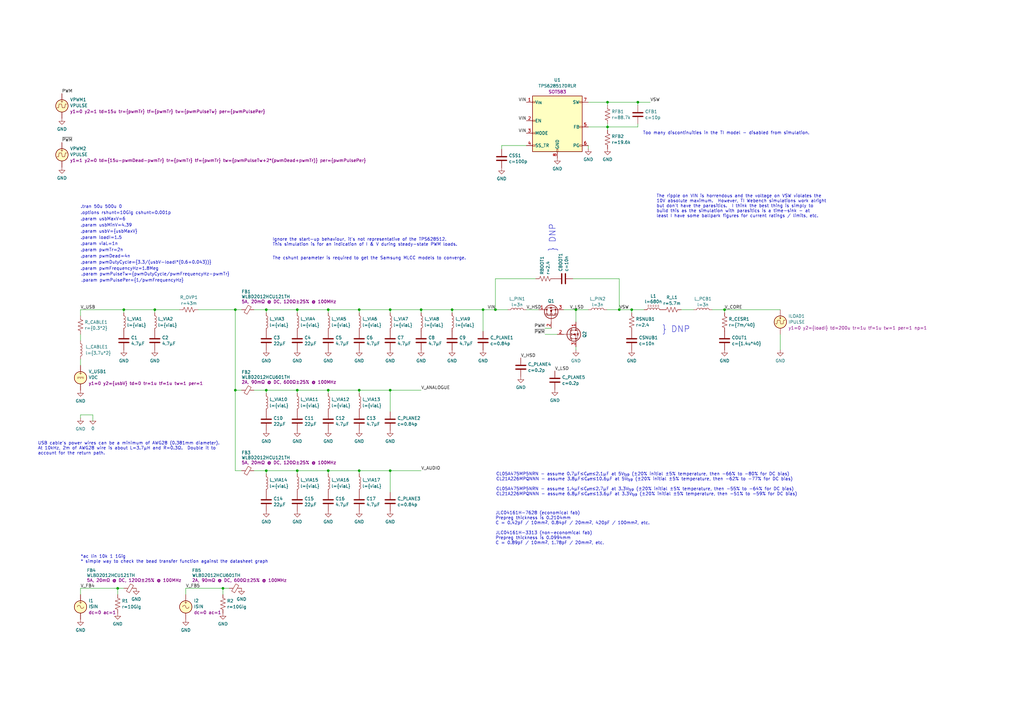
<source format=kicad_sch>
(kicad_sch (version 20230121) (generator eeschema)
  (paper "A3")
  (title_block (title "Core Power Rail (USB-Buck-VDD) Simulation") (company "Pete Restall <pete@restall.net>"))
  (junction (at 121.92 127))
  (junction (at 48.26 241.3))
  (junction (at 121.92 193.04))
  (junction (at 198.12 127))
  (junction (at 96.52 127))
  (junction (at 254 127))
  (junction (at 236.22 127))
  (junction (at 261.62 41.91))
  (junction (at 259.08 127))
  (junction (at 185.42 127))
  (junction (at 297.18 127))
  (junction (at 96.52 160.02))
  (junction (at 203.2 127))
  (junction (at 109.22 193.04))
  (junction (at 147.32 127))
  (junction (at 249.174 41.91))
  (junction (at 172.72 127))
  (junction (at 134.62 160.02))
  (junction (at 91.44 241.3))
  (junction (at 160.02 127))
  (junction (at 249.174 52.07))
  (junction (at 147.32 160.02))
  (junction (at 109.22 160.02))
  (junction (at 121.92 160.02))
  (junction (at 160.02 193.04))
  (junction (at 134.62 193.04))
  (junction (at 160.02 160.02))
  (junction (at 134.62 127))
  (junction (at 147.32 193.04))
  (junction (at 63.5 127))
  (junction (at 50.8 127))
  (junction (at 109.22 127))
  (wire (pts (xy 147.32 193.04) (xy 147.32 194.31)))
  (wire (pts (xy 33.02 137.16) (xy 33.02 139.7)))
  (wire (pts (xy 104.14 127) (xy 109.22 127)))
  (wire (pts (xy 91.44 241.3) (xy 91.44 243.84)))
  (wire (pts (xy 234.95 114.3) (xy 254 114.3)))
  (wire (pts (xy 33.02 241.3) (xy 33.02 243.84)))
  (wire (pts (xy 160.02 160.02) (xy 160.02 168.91)))
  (wire (pts (xy 76.2 241.3) (xy 76.2 243.84)))
  (wire (pts (xy 254 114.3) (xy 254 127)))
  (wire (pts (xy 249.174 41.91) (xy 249.174 43.18)))
  (wire (pts (xy 203.2 127) (xy 208.28 127)))
  (wire (pts (xy 134.62 193.04) (xy 147.32 193.04)))
  (wire (pts (xy 160.02 193.04) (xy 160.02 201.93)))
  (wire (pts (xy 63.5 127) (xy 73.66 127)))
  (wire (pts (xy 147.32 127) (xy 160.02 127)))
  (wire (pts (xy 96.52 160.02) (xy 96.52 127)))
  (wire (pts (xy 121.92 193.04) (xy 134.62 193.04)))
  (wire (pts (xy 261.62 52.07) (xy 249.174 52.07)))
  (wire (pts (xy 172.72 127) (xy 172.72 128.27)))
  (wire (pts (xy 248.92 127) (xy 254 127)))
  (wire (pts (xy 121.92 161.29) (xy 121.92 160.02)))
  (wire (pts (xy 91.44 241.3) (xy 76.2 241.3)))
  (wire (pts (xy 215.9 59.69) (xy 205.74 59.69)))
  (wire (pts (xy 160.02 127) (xy 172.72 127)))
  (wire (pts (xy 231.14 127) (xy 236.22 127)))
  (wire (pts (xy 249.174 41.91) (xy 241.3 41.91)))
  (wire (pts (xy 160.02 160.02) (xy 172.72 160.02)))
  (wire (pts (xy 236.22 127) (xy 236.22 132.08)))
  (wire (pts (xy 109.22 161.29) (xy 109.22 160.02)))
  (wire (pts (xy 215.9 127) (xy 220.98 127)))
  (wire (pts (xy 147.32 160.02) (xy 147.32 161.29)))
  (wire (pts (xy 104.14 193.04) (xy 109.22 193.04)))
  (wire (pts (xy 297.18 127) (xy 297.18 128.27)))
  (wire (pts (xy 121.92 128.27) (xy 121.92 127)))
  (wire (pts (xy 81.28 127) (xy 96.52 127)))
  (wire (pts (xy 185.42 127) (xy 185.42 128.27)))
  (wire (pts (xy 279.4 127) (xy 284.48 127)))
  (wire (pts (xy 172.72 127) (xy 185.42 127)))
  (wire (pts (xy 50.8 241.3) (xy 48.26 241.3)))
  (wire (pts (xy 259.08 128.27) (xy 259.08 127)))
  (wire (pts (xy 134.62 127) (xy 134.62 128.27)))
  (wire (pts (xy 50.8 127) (xy 50.8 128.27)))
  (wire (pts (xy 99.06 193.04) (xy 96.52 193.04)))
  (wire (pts (xy 38.1 172.72) (xy 38.1 170.18)))
  (wire (pts (xy 254 127) (xy 259.08 127)))
  (wire (pts (xy 261.62 50.8) (xy 261.62 52.07)))
  (wire (pts (xy 109.22 193.04) (xy 109.22 194.31)))
  (wire (pts (xy 96.52 193.04) (xy 96.52 160.02)))
  (wire (pts (xy 249.174 41.91) (xy 261.62 41.91)))
  (wire (pts (xy 33.02 147.32) (xy 33.02 149.86)))
  (wire (pts (xy 198.12 127) (xy 203.2 127)))
  (wire (pts (xy 147.32 193.04) (xy 160.02 193.04)))
  (wire (pts (xy 185.42 127) (xy 198.12 127)))
  (wire (pts (xy 223.52 134.62) (xy 226.06 134.62)))
  (wire (pts (xy 205.74 59.69) (xy 205.74 61.214)))
  (wire (pts (xy 259.08 127) (xy 264.16 127)))
  (wire (pts (xy 104.14 160.02) (xy 109.22 160.02)))
  (wire (pts (xy 160.02 193.04) (xy 172.72 193.04)))
  (wire (pts (xy 93.98 241.3) (xy 91.44 241.3)))
  (wire (pts (xy 236.22 143.51) (xy 236.22 142.24)))
  (wire (pts (xy 320.04 143.51) (xy 320.04 137.16)))
  (wire (pts (xy 50.8 127) (xy 63.5 127)))
  (wire (pts (xy 223.52 137.16) (xy 228.6 137.16)))
  (wire (pts (xy 134.62 127) (xy 147.32 127)))
  (wire (pts (xy 38.1 170.18) (xy 33.02 170.18)))
  (wire (pts (xy 134.62 194.31) (xy 134.62 193.04)))
  (wire (pts (xy 109.22 160.02) (xy 121.92 160.02)))
  (wire (pts (xy 219.71 114.3) (xy 203.2 114.3)))
  (wire (pts (xy 33.02 127) (xy 50.8 127)))
  (wire (pts (xy 48.26 241.3) (xy 48.26 243.84)))
  (wire (pts (xy 203.2 114.3) (xy 203.2 127)))
  (wire (pts (xy 261.62 41.91) (xy 261.62 43.18)))
  (wire (pts (xy 134.62 160.02) (xy 134.62 161.29)))
  (wire (pts (xy 261.62 41.91) (xy 266.7 41.91)))
  (wire (pts (xy 249.174 50.8) (xy 249.174 52.07)))
  (wire (pts (xy 292.1 127) (xy 297.18 127)))
  (wire (pts (xy 160.02 127) (xy 160.02 128.27)))
  (wire (pts (xy 147.32 127) (xy 147.32 128.27)))
  (wire (pts (xy 33.02 127) (xy 33.02 129.54)))
  (wire (pts (xy 96.52 127) (xy 99.06 127)))
  (wire (pts (xy 241.3 59.69) (xy 241.3 60.96)))
  (wire (pts (xy 33.02 170.18) (xy 33.02 171.45)))
  (wire (pts (xy 109.22 127) (xy 121.92 127)))
  (wire (pts (xy 134.62 160.02) (xy 147.32 160.02)))
  (wire (pts (xy 249.174 53.34) (xy 249.174 52.07)))
  (wire (pts (xy 109.22 193.04) (xy 121.92 193.04)))
  (wire (pts (xy 48.26 241.3) (xy 33.02 241.3)))
  (wire (pts (xy 121.92 194.31) (xy 121.92 193.04)))
  (wire (pts (xy 198.12 127) (xy 198.12 135.89)))
  (wire (pts (xy 297.18 127) (xy 320.04 127)))
  (wire (pts (xy 109.22 128.27) (xy 109.22 127)))
  (wire (pts (xy 241.3 52.07) (xy 249.174 52.07)))
  (wire (pts (xy 63.5 127) (xy 63.5 128.27)))
  (wire (pts (xy 99.06 160.02) (xy 96.52 160.02)))
  (wire (pts (xy 236.22 127) (xy 241.3 127)))
  (wire (pts (xy 147.32 160.02) (xy 160.02 160.02)))
  (wire (pts (xy 121.92 160.02) (xy 134.62 160.02)))
  (wire (pts (xy 121.92 127) (xy 134.62 127)))
  (text ".param viaL=1n" (at 33.02 100.838 0) (effects (font (size 1.27 1.27)) (justify left bottom)))
  (text "} DNP" (at 271.526 136.652 0) (effects (font (size 2.54 2.54)) (justify left bottom)))
  (text "Too many discontinuities in the TI model - disabled from simulation." (at 263.652 55.372 0) (effects (font (size 1.27 1.27)) (justify left bottom)))
  (text ".options rshunt=10Gig cshunt=0.001p" (at 33.02 88.138 0) (effects (font (size 1.27 1.27)) (justify left bottom)))
  (text "The ripple on VIN is horrendous and the voltage on VSW violates the\n10V absolute maximum.  However, TI Webench simulations work alright\nbut don't have the parasitics.  I think the best thing is simply to\nbuild this as the simulation with parasitics is a time-sink - at\nleast I have some ballpark figures for current ratings / limits, etc." (at 269.24 89.408 0) (effects (font (size 1.27 1.27)) (justify left bottom)))
  (text ".param pwmDutyCycle={3.3/(usbV-loadI*(0.6+0.043))}" (at 33.02 108.458 0) (effects (font (size 1.27 1.27)) (justify left bottom)))
  (text "Ignore the start-up behaviour, it's not representative of the TPS628512.\nThis simulation is for an indication of I & V during steady-state PWM loads." (at 111.76 101.092 0) (effects (font (size 1.27 1.27)) (justify left bottom)))
  (text ".param usbMaxV=6" (at 33.02 90.678 0) (effects (font (size 1.27 1.27)) (justify left bottom)))
  (text ".param pwmPulseTw={pwmDutyCycle/pwmFrequencyHz-pwmTr}" (at 33.274 113.284 0) (effects (font (size 1.27 1.27)) (justify left bottom)))
  (text "*ac lin 10k 1 1Gig\n* simple way to check the bead transfer function against the datasheet graph" (at 33.02 231.14 0) (effects (font (size 1.27 1.27)) (justify left bottom)))
  (text ".tran 50u 500u 0" (at 33.02 85.598 0) (effects (font (size 1.27 1.27)) (justify left bottom)))
  (text ".param loadI=1.5" (at 33.02 98.298 0) (effects (font (size 1.27 1.27)) (justify left bottom)))
  (text ".param usbMinV=4.39" (at 33.02 93.218 0) (effects (font (size 1.27 1.27)) (justify left bottom)))
  (text ".param pwmPulsePer={1/pwmFrequencyHz}" (at 33.274 115.824 0) (effects (font (size 1.27 1.27)) (justify left bottom)))
  (text "JLC04161H-7628 (economical fab)\nPrepreg thickness is 0.2104mm\nC = 0.42pF / 10mm^{2}, 0.84pF / 20mm^{2}, 420pF / 100mm^{2}, etc.\n\nJLC04161H-3313 (non-economical fab)\nPrepreg thickness is 0.0994mm\nC = 0.89pF / 10mm^{2}, 1.78pF / 20mm^{2}, etc.\n" (at 203.2 223.52 0) (effects (font (size 1.27 1.27)) (justify left bottom)))
  (text "USB cable's power wires can be a minimum of AWG28 (0.381mm diameter).\nAt 10kHz, 2m of AWG28 wire is about L=3.7μH and R=0.3Ω.  Double it to\naccount for the return path." (at 15.494 186.69 0) (effects (font (size 1.27 1.27)) (justify left bottom)))
  (text ".param usbV={usbMaxV}" (at 33.02 95.758 0) (effects (font (size 1.27 1.27)) (justify left bottom)))
  (text "} DNP" (at 228.092 103.378 90) (effects (font (size 2.54 2.54)) (justify left bottom)))
  (text ".param pwmTr=2n" (at 33.02 103.378 0) (effects (font (size 1.27 1.27)) (justify left bottom)))
  (text ".param pwmFrequencyHz=1.8Meg" (at 33.02 110.998 0) (effects (font (size 1.27 1.27)) (justify left bottom)))
  (text "The cshunt parameter is required to get the Samsung MLCC models to converge." (at 111.76 106.68 0) (effects (font (size 1.27 1.27)) (justify left bottom)))
  (text ".param pwmDead=4n" (at 33.02 105.918 0) (effects (font (size 1.27 1.27)) (justify left bottom)))
  (text "CL05A475MP5NRN - assume 0.7μF≤C_{eff}≤2.1μF at 5V_{typ} (±20% initial ±5% temperature, then -66% to -80% for DC bias)\nCL21A226MPQNNN - assume 3.8μF≤C_{eff}≤10.6μF at 5V_{typ} (±20% initial ±5% temperature, then -62% to -77% for DC bias)\n\nCL05A475MP5NRN - assume 1.4μF≤C_{eff}≤2.7μF at 3.3V_{typ} (±20% initial ±5% temperature, then -55% to -64% for DC bias)\nCL21A226MPQNNN - assume 6.8μF≤C_{eff}≤13.6μF at 3.3V_{typ} (±20% initial ±5% temperature, then -51% to -59% for DC bias)" (at 203.454 203.454 0) (effects (font (size 1.27 1.27)) (justify left bottom)))
  (label "V_CORE" (at 297.18 127 0))
  (label "PWM" (at 223.52 134.62 180))
  (label "VIN" (at 203.2 127 180))
  (label "PWM" (at 25.4 38.354 0))
  (label "~{PWM}" (at 223.52 137.16 180))
  (label "V_ANALOGUE" (at 172.72 160.02 0))
  (label "V_FB5" (at 76.2 241.3 0))
  (label "V_USB" (at 33.02 127 0))
  (label "VIN" (at 215.9 49.53 180))
  (label "V_HSD" (at 213.614 146.812 0))
  (label "VIN" (at 215.9 54.61 180))
  (label "VSW" (at 266.7 41.91 0))
  (label "~{PWM}" (at 25.4 58.42 0))
  (label "V_LSD" (at 233.68 127 0))
  (label "V_HSD" (at 215.9 127 0))
  (label "V_LSD" (at 227.584 152.146 0))
  (label "V_FB4" (at 33.02 241.3 0))
  (label "VSW" (at 254 127 0))
  (label "V_AUDIO" (at 172.72 193.04 0))
  (label "VIN" (at 215.9 41.91 180))
  (symbol (lib_id "restall-generic-inductors:l-air") (at 63.5 132.08 0) (unit 1)
    (property "Reference" "L_VIA2" (at 64.77 130.81 0) (effects (justify left)))
    (property "Value" "${SIM.PARAMS}" (at 64.77 133.35 0) (effects (justify left)))
    (property "Label" "??A_{RMS} / ??A_{SAT}, ??mΩ±??% @ DC" (effects hide))
    (property "Tolerance" "±20%" (effects hide))
    (property "Core" "Air" (effects hide))
    (property "Package" "???" (effects hide))
    (property "DCR" "??mΩ±20%" (effects hide))
    (property "I_{RMS}" "??A" (effects hide))
    (property "I_{SAT}" "??A" (effects hide))
    (property "Sim.Device" "L" (effects hide))
    (property "Sim.Type" "=" (effects hide))
    (property "Sim.Params" "l={viaL}" (effects hide))
    (property "Sim.Pins" "1=+ 2=-" (effects hide))
  )
  (symbol (lib_id "power:GND") (at 33.02 254 0) (unit 1)
    (property "Reference" "#PWR012" (effects hide))
    (property "Value" "GND" (at 33.02 258.4434 0))
  )
  (symbol (lib_id "restall-generic-inductors:l-air") (at 121.92 132.08 0) (unit 1)
    (property "Reference" "L_VIA4" (at 123.19 130.81 0) (effects (justify left)))
    (property "Value" "${SIM.PARAMS}" (at 123.19 133.35 0) (effects (justify left)))
    (property "Label" "??A_{RMS} / ??A_{SAT}, ??mΩ±??% @ DC" (effects hide))
    (property "Tolerance" "±20%" (effects hide))
    (property "Core" "Air" (effects hide))
    (property "Package" "???" (effects hide))
    (property "DCR" "??mΩ±20%" (effects hide))
    (property "I_{RMS}" "??A" (effects hide))
    (property "I_{SAT}" "??A" (effects hide))
    (property "Sim.Device" "L" (effects hide))
    (property "Sim.Type" "=" (effects hide))
    (property "Sim.Params" "l={viaL}" (effects hide))
    (property "Sim.Pins" "1=+ 2=-" (effects hide))
  )
  (symbol (lib_id "power:GND") (at 48.26 251.46 0) (unit 1)
    (property "Reference" "#PWR014" (effects hide))
    (property "Value" "GND" (at 48.26 255.9034 0))
  )
  (symbol (lib_id "power:GND") (at 320.04 143.51 0) (unit 1)
    (property "Reference" "#PWR021" (effects hide))
    (property "Value" "GND" (at 320.04 147.9534 0))
  )
  (symbol (lib_id "power:GND") (at 109.22 176.53 0) (unit 1)
    (property "Reference" "#PWR07" (effects hide))
    (property "Value" "GND" (at 109.22 180.9734 0))
  )
  (symbol (lib_id "power:GND") (at 121.92 143.51 0) (unit 1)
    (property "Reference" "#PWR05" (effects hide))
    (property "Value" "GND" (at 121.92 147.9534 0))
  )
  (symbol (lib_id "restall-generic-capacitors:capacitor-unpolarised") (at 205.74 65.024 0) (unit 1)
    (property "Reference" "CSS1" (at 208.661 63.8119 0) (effects (justify left)))
    (property "Value" "${SIM.PARAMS}" (at 208.661 66.2361 0) (effects (justify left)))
    (property "Footprint" "restall-generic-capacitors:unpolarised-nominal-0402-1005" (effects hide))
    (property "Label" "??μF±10% 10V X7R" (effects hide))
    (property "Tolerance" "±10%" (effects hide))
    (property "VoltageRating" "10V" (effects hide))
    (property "TemperatureCoefficient" "X7R" (effects hide))
    (property "Dielectric" "MLCC" (effects hide))
    (property "Package" "0402" (effects hide))
    (property "Sim.Device" "C" (effects hide))
    (property "Sim.Pins" "1=+ 2=-" (effects hide))
    (property "Sim.Type" "=" (effects hide))
    (property "Sim.Params" "c=100p" (effects hide))
  )
  (symbol (lib_id "power:GND") (at 259.08 143.51 0) (unit 1)
    (property "Reference" "#PWR015" (effects hide))
    (property "Value" "GND" (at 259.08 147.9534 0))
  )
  (symbol (lib_id "power:GND") (at 228.6 64.77 0) (unit 1)
    (property "Reference" "#PWR034" (effects hide))
    (property "Value" "GND" (at 228.6 69.2134 0))
  )
  (symbol (lib_id "Simulation_SPICE:VPULSE") (at 25.4 63.5 0) (unit 1)
    (property "Reference" "VPWM2" (at 28.702 60.946 0) (effects (justify left)))
    (property "Value" "VPULSE" (at 28.702 63.3702 0) (effects (justify left)))
    (property "Sim.Pins" "1=+ 2=-" (effects hide))
    (property "Sim.Type" "PULSE" (effects hide))
    (property "Sim.Device" "V" (effects hide))
    (property "Sim.Params" "y1=1 y2=0 td={15u-pwmDead-pwmTr} tr={pwmTr} tf={pwmTr} tw={pwmPulseTw+2*(pwmDead+pwmTr)} per={pwmPulsePer}" (at 28.702 65.7944 0) (effects (justify left)))
  )
  (symbol (lib_id "power:GND") (at 33.02 171.45 0) (unit 1)
    (property "Reference" "#PWR01" (effects hide))
    (property "Value" "GND" (at 33.02 175.8934 0))
  )
  (symbol (lib_id "restall-generic-capacitors:capacitor-unpolarised") (at 261.62 46.99 0) (unit 1)
    (property "Reference" "CFB1" (at 264.541 45.7779 0) (effects (justify left)))
    (property "Value" "${SIM.PARAMS}" (at 264.541 48.2021 0) (effects (justify left)))
    (property "Footprint" "restall-generic-capacitors:unpolarised-nominal-0402-1005" (effects hide))
    (property "Label" "??μF±10% 10V X7R" (effects hide))
    (property "Tolerance" "±10%" (effects hide))
    (property "VoltageRating" "10V" (effects hide))
    (property "TemperatureCoefficient" "X7R" (effects hide))
    (property "Dielectric" "MLCC" (effects hide))
    (property "Package" "0402" (effects hide))
    (property "Sim.Device" "C" (effects hide))
    (property "Sim.Pins" "1=+ 2=-" (effects hide))
    (property "Sim.Type" "=" (effects hide))
    (property "Sim.Params" "c=10p" (effects hide))
  )
  (symbol (lib_id "power:GND") (at 147.32 143.51 0) (unit 1)
    (property "Reference" "#PWR09" (effects hide))
    (property "Value" "GND" (at 147.32 147.9534 0))
  )
  (symbol (lib_id "power:GND") (at 160.02 143.51 0) (unit 1)
    (property "Reference" "#PWR010" (effects hide))
    (property "Value" "GND" (at 160.02 147.9534 0))
  )
  (symbol (lib_id "restall-generic-capacitors:capacitor-unpolarised") (at 134.62 205.74 0) (unit 1)
    (property "Reference" "C16" (at 137.541 204.5279 0) (effects (justify left)))
    (property "Value" "4.7μF" (at 137.541 206.9521 0) (effects (justify left)))
    (property "Footprint" "restall-generic-capacitors:unpolarised-nominal-0402-1005" (effects hide))
    (property "Label" "??μF±10% 10V X7R" (effects hide))
    (property "Tolerance" "±10%" (effects hide))
    (property "VoltageRating" "10V" (effects hide))
    (property "TemperatureCoefficient" "X7R" (effects hide))
    (property "Dielectric" "MLCC" (effects hide))
    (property "Package" "0402" (effects hide))
    (property "Sim.Device" "SUBCKT" (effects hide))
    (property "Sim.Pins" "1=1 2=2" (effects hide))
    (property "Sim.Library" "CL05A475MP5NRN_Precise_DC5.5V_25degC_P.lib" (effects hide))
    (property "Sim.Name" "CL05A475MP5NRN_Precise_DC5.5V_25degC" (effects hide))
  )
  (symbol (lib_id "restall-manufacturer-walsin:WLBD2012HCU121TH") (at 101.6 127 90) (unit 1)
    (property "Reference" "FB1" (at 99.06 119.634 90) (effects (justify right)))
    (property "Value" "WLBD2012HCU121TH" (at 99.06 121.666 90) (effects (justify right)))
    (property "Footprint" "restall-manufacturer-walsin:WLBD2012" (effects hide))
    (property "Datasheet" "https://www.passivecomponent.com/wp-content/uploads/inductor/WLBD1005-4532_HC.pdf" (effects hide))
    (property "Label" "5A, 20mΩ @ DC, 120Ω±25% @ 100MHz" (at 99.06 123.698 90) (effects (justify right)))
    (property "DCR" "20mΩ" (effects hide))
    (property "I_{MAX}" "5A" (effects hide))
    (property "Impedance" "120Ω @ 100MHz" (effects hide))
    (property "Tolerance" "±25%" (effects hide))
    (property "Manufacturer" "Walsin Technology" (effects hide))
    (property "ManufacturerPartNumber" "WLBD2012HCU121TH" (effects hide))
    (property "Sim.Library" "WLBD2012HCU121TH.lib" (effects hide))
    (property "Sim.Name" "WLBD2012HCU121TH" (effects hide))
    (property "Sim.Device" "SUBCKT" (effects hide))
    (property "Sim.Pins" "1=1 2=2" (effects hide))
  )
  (symbol (lib_id "power:GND") (at 134.62 209.55 0) (unit 1)
    (property "Reference" "#PWR017" (effects hide))
    (property "Value" "GND" (at 134.62 213.9934 0))
  )
  (symbol (lib_id "restall-generic-inductors:l-air") (at 185.42 132.08 0) (unit 1)
    (property "Reference" "L_VIA9" (at 186.69 130.81 0) (effects (justify left)))
    (property "Value" "${SIM.PARAMS}" (at 186.69 133.35 0) (effects (justify left)))
    (property "Label" "??A_{RMS} / ??A_{SAT}, ??mΩ±??% @ DC" (effects hide))
    (property "Tolerance" "±20%" (effects hide))
    (property "Core" "Air" (effects hide))
    (property "Package" "???" (effects hide))
    (property "DCR" "??mΩ±20%" (effects hide))
    (property "I_{RMS}" "??A" (effects hide))
    (property "I_{SAT}" "??A" (effects hide))
    (property "Sim.Device" "L" (effects hide))
    (property "Sim.Type" "=" (effects hide))
    (property "Sim.Params" "l={viaL}" (effects hide))
    (property "Sim.Pins" "1=+ 2=-" (effects hide))
  )
  (symbol (lib_id "restall-generic-capacitors:capacitor-unpolarised") (at 259.08 139.7 0) (unit 1)
    (property "Reference" "CSNUB1" (at 262.001 138.4879 0) (effects (justify left)))
    (property "Value" "${SIM.PARAMS}" (at 262.001 140.9121 0) (effects (justify left)))
    (property "Footprint" "restall-generic-capacitors:unpolarised-nominal-0402-1005" (effects hide))
    (property "Label" "??μF±10% 10V X7R" (effects hide))
    (property "Tolerance" "±10%" (effects hide))
    (property "VoltageRating" "10V" (effects hide))
    (property "TemperatureCoefficient" "X7R" (effects hide))
    (property "Dielectric" "MLCC" (effects hide))
    (property "Package" "0402" (effects hide))
    (property "Sim.Device" "C" (effects hide))
    (property "Sim.Pins" "1=+ 2=-" (effects hide))
    (property "Sim.Type" "=" (effects hide))
    (property "Sim.Params" "c=10n" (effects hide))
    (property "Sim.Enable" "0" (effects hide))
  )
  (symbol (lib_id "restall-manufacturer-walsin:WLBD2012HCU121TH") (at 101.6 160.02 90) (unit 1)
    (property "Reference" "FB2" (at 99.06 152.654 90) (effects (justify right)))
    (property "Value" "WLBD2012HCU601TH" (at 99.06 154.686 90) (effects (justify right)))
    (property "Footprint" "restall-manufacturer-walsin:WLBD2012" (effects hide))
    (property "Datasheet" "https://www.passivecomponent.com/wp-content/uploads/inductor/WLBD1005-4532_HC.pdf" (effects hide))
    (property "Label" "2A, 90mΩ @ DC, 600Ω±25% @ 100MHz" (at 99.06 156.718 90) (effects (justify right)))
    (property "DCR" "90mΩ" (effects hide))
    (property "I_{MAX}" "2A" (effects hide))
    (property "Impedance" "600Ω @ 100MHz" (effects hide))
    (property "Tolerance" "±25%" (effects hide))
    (property "Manufacturer" "Walsin Technology" (effects hide))
    (property "ManufacturerPartNumber" "WLBD2012HCU601TH" (effects hide))
    (property "Sim.Library" "WLBD2012HCU601TH.lib" (effects hide))
    (property "Sim.Name" "WLBD2012HCU601TH" (effects hide))
    (property "Sim.Device" "SUBCKT" (effects hide))
    (property "Sim.Pins" "1=1 2=2" (effects hide))
  )
  (symbol (lib_id "Simulation_SPICE:VSIN") (at 76.2 248.92 0) (unit 1)
    (property "Reference" "I2" (at 79.502 246.366 0) (effects (justify left)))
    (property "Value" "ISIN" (at 79.502 248.7902 0) (effects (justify left)))
    (property "Sim.Pins" "1=+ 2=-" (effects hide))
    (property "Sim.Params" "dc=0 ac=1" (at 79.502 251.2144 0) (effects (justify left)))
    (property "Sim.Type" "DC" (effects hide))
    (property "Sim.Device" "I" (effects hide))
  )
  (symbol (lib_id "restall-generic-capacitors:capacitor-unpolarised") (at 160.02 139.7 0) (unit 1)
    (property "Reference" "C7" (at 162.941 138.4879 0) (effects (justify left)))
    (property "Value" "4.7μF" (at 162.941 140.9121 0) (effects (justify left)))
    (property "Footprint" "restall-generic-capacitors:unpolarised-nominal-0402-1005" (effects hide))
    (property "Label" "??μF±10% 10V X7R" (effects hide))
    (property "Tolerance" "±10%" (effects hide))
    (property "VoltageRating" "10V" (effects hide))
    (property "TemperatureCoefficient" "X7R" (effects hide))
    (property "Dielectric" "MLCC" (effects hide))
    (property "Package" "0402" (effects hide))
    (property "Sim.Device" "SUBCKT" (effects hide))
    (property "Sim.Pins" "1=1 2=2" (effects hide))
    (property "Sim.Library" "CL05A475MP5NRN_Precise_DC5.5V_25degC_P.lib" (effects hide))
    (property "Sim.Name" "CL05A475MP5NRN_Precise_DC5.5V_25degC" (effects hide))
  )
  (symbol (lib_id "restall-generic-inductors:l-air") (at 121.92 198.12 0) (unit 1)
    (property "Reference" "L_VIA15" (at 123.19 196.85 0) (effects (justify left)))
    (property "Value" "${SIM.PARAMS}" (at 123.19 199.39 0) (effects (justify left)))
    (property "Label" "??A_{RMS} / ??A_{SAT}, ??mΩ±??% @ DC" (effects hide))
    (property "Tolerance" "±20%" (effects hide))
    (property "Core" "Air" (effects hide))
    (property "Package" "???" (effects hide))
    (property "DCR" "??mΩ±20%" (effects hide))
    (property "I_{RMS}" "??A" (effects hide))
    (property "I_{SAT}" "??A" (effects hide))
    (property "Sim.Device" "L" (effects hide))
    (property "Sim.Type" "=" (effects hide))
    (property "Sim.Params" "l={viaL}" (effects hide))
    (property "Sim.Pins" "1=+ 2=-" (effects hide))
  )
  (symbol (lib_id "Simulation_SPICE:VDC") (at 33.02 154.94 0) (unit 1)
    (property "Reference" "V_USB1" (at 36.322 152.386 0) (effects (justify left)))
    (property "Value" "VDC" (at 36.322 154.8102 0) (effects (justify left)))
    (property "Sim.Device" "V" (effects hide))
    (property "Sim.Type" "PULSE" (effects hide))
    (property "Sim.Params" "y1=0 y2={usbV} td=0 tr=1u tf=1u tw=1 per=1" (at 36.322 157.2344 0) (effects (justify left)))
    (property "Sim.Pins" "1=+ 2=-" (effects hide))
  )
  (symbol (lib_id "power:GND") (at 109.22 209.55 0) (unit 1)
    (property "Reference" "#PWR028" (effects hide))
    (property "Value" "GND" (at 109.22 213.9934 0))
  )
  (symbol (lib_id "restall-generic-resistors:resistor") (at 91.44 247.65 180) (unit 1)
    (property "Reference" "R2" (at 93.091 246.4379 0) (effects (justify right)))
    (property "Value" "${SIM.PARAMS}" (at 93.091 248.8621 0) (effects (justify right)))
    (property "Footprint" "restall-generic-resistors:nominal-0402-1005" (effects hide))
    (property "Label" "???kΩ±1% ???W" (effects hide))
    (property "Tolerance" "±1%" (effects hide))
    (property "PowerRating" "0.0625W" (effects hide))
    (property "TemperatureCoefficient" "±100ppm" (effects hide))
    (property "Construction" "Thick Film" (effects hide))
    (property "Package" "0402" (effects hide))
    (property "Sim.Device" "R" (effects hide))
    (property "Sim.Type" "=" (effects hide))
    (property "Sim.Params" "r=10Gig" (effects hide))
    (property "Sim.Pins" "1=+ 2=-" (effects hide))
  )
  (symbol (lib_id "restall-generic-inductors:l-air") (at 134.62 198.12 0) (unit 1)
    (property "Reference" "L_VIA16" (at 135.89 196.85 0) (effects (justify left)))
    (property "Value" "${SIM.PARAMS}" (at 135.89 199.39 0) (effects (justify left)))
    (property "Label" "??A_{RMS} / ??A_{SAT}, ??mΩ±??% @ DC" (effects hide))
    (property "Tolerance" "±20%" (effects hide))
    (property "Core" "Air" (effects hide))
    (property "Package" "???" (effects hide))
    (property "DCR" "??mΩ±20%" (effects hide))
    (property "I_{RMS}" "??A" (effects hide))
    (property "I_{SAT}" "??A" (effects hide))
    (property "Sim.Device" "L" (effects hide))
    (property "Sim.Type" "=" (effects hide))
    (property "Sim.Params" "l={viaL}" (effects hide))
    (property "Sim.Pins" "1=+ 2=-" (effects hide))
  )
  (symbol (lib_id "Simulation_SPICE:IPULSE") (at 320.04 132.08 0) (unit 1)
    (property "Reference" "ILOAD1" (at 323.342 129.6558 0) (effects (justify left)))
    (property "Value" "IPULSE" (at 323.342 132.08 0) (effects (justify left)))
    (property "Sim.Pins" "1=+ 2=-" (effects hide))
    (property "Sim.Device" "I" (effects hide))
    (property "Sim.Type" "PULSE" (effects hide))
    (property "Sim.Params" "y1=0 y2={loadI} td=200u tr=1u tf=1u tw=1 per=1 np=1" (at 323.342 134.5042 0) (effects (justify left)))
  )
  (symbol (lib_id "power:GND") (at 109.22 143.51 0) (unit 1)
    (property "Reference" "#PWR03" (effects hide))
    (property "Value" "GND" (at 109.22 147.9534 0))
  )
  (symbol (lib_id "power:GND") (at 227.584 159.766 0) (unit 1)
    (property "Reference" "#PWR038" (effects hide))
    (property "Value" "GND" (at 227.584 164.2094 0))
  )
  (symbol (lib_id "power:GND") (at 241.3 60.96 0) (unit 1)
    (property "Reference" "#PWR039" (effects hide))
    (property "Value" "GND" (at 241.3 65.4034 0))
  )
  (symbol (lib_id "power:GND") (at 147.32 209.55 0) (unit 1)
    (property "Reference" "#PWR018" (effects hide))
    (property "Value" "GND" (at 147.32 213.9934 0))
  )
  (symbol (lib_id "power:GND") (at 134.62 143.51 0) (unit 1)
    (property "Reference" "#PWR08" (effects hide))
    (property "Value" "GND" (at 134.62 147.9534 0))
  )
  (symbol (lib_id "restall-generic-inductors:l-air") (at 50.8 132.08 0) (unit 1)
    (property "Reference" "L_VIA1" (at 52.07 130.81 0) (effects (justify left)))
    (property "Value" "${SIM.PARAMS}" (at 52.07 133.35 0) (effects (justify left)))
    (property "Label" "??A_{RMS} / ??A_{SAT}, ??mΩ±??% @ DC" (effects hide))
    (property "Tolerance" "±20%" (effects hide))
    (property "Core" "Air" (effects hide))
    (property "Package" "???" (effects hide))
    (property "DCR" "??mΩ±20%" (effects hide))
    (property "I_{RMS}" "??A" (effects hide))
    (property "I_{SAT}" "??A" (effects hide))
    (property "Sim.Device" "L" (effects hide))
    (property "Sim.Type" "=" (effects hide))
    (property "Sim.Params" "l={viaL}" (effects hide))
    (property "Sim.Pins" "1=+ 2=-" (effects hide))
  )
  (symbol (lib_id "restall-generic-capacitors:capacitor-unpolarised") (at 109.22 139.7 0) (unit 1)
    (property "Reference" "C3" (at 112.141 138.4879 0) (effects (justify left)))
    (property "Value" "22μF" (at 112.141 140.9121 0) (effects (justify left)))
    (property "Footprint" "restall-generic-capacitors:unpolarised-nominal-0402-1005" (effects hide))
    (property "Label" "??μF±10% 10V X7R" (effects hide))
    (property "Tolerance" "±10%" (effects hide))
    (property "VoltageRating" "10V" (effects hide))
    (property "TemperatureCoefficient" "X7R" (effects hide))
    (property "Dielectric" "MLCC" (effects hide))
    (property "Package" "0402" (effects hide))
    (property "Sim.Device" "SUBCKT" (effects hide))
    (property "Sim.Pins" "1=1 2=2" (effects hide))
    (property "Sim.Library" "CL21A226MPQNNN_Precise_DC5.5V_25degC_P.lib" (effects hide))
    (property "Sim.Name" "CL21A226MPQNNN_Precise_DC5.5V_25degC" (effects hide))
  )
  (symbol (lib_id "restall-generic-inductors:l-air") (at 147.32 165.1 0) (unit 1)
    (property "Reference" "L_VIA13" (at 148.59 163.83 0) (effects (justify left)))
    (property "Value" "${SIM.PARAMS}" (at 148.59 166.37 0) (effects (justify left)))
    (property "Label" "??A_{RMS} / ??A_{SAT}, ??mΩ±??% @ DC" (effects hide))
    (property "Tolerance" "±20%" (effects hide))
    (property "Core" "Air" (effects hide))
    (property "Package" "???" (effects hide))
    (property "DCR" "??mΩ±20%" (effects hide))
    (property "I_{RMS}" "??A" (effects hide))
    (property "I_{SAT}" "??A" (effects hide))
    (property "Sim.Device" "L" (effects hide))
    (property "Sim.Type" "=" (effects hide))
    (property "Sim.Params" "l={viaL}" (effects hide))
    (property "Sim.Pins" "1=+ 2=-" (effects hide))
  )
  (symbol (lib_id "restall-generic-capacitors:capacitor-unpolarised") (at 147.32 205.74 0) (unit 1)
    (property "Reference" "C17" (at 150.241 204.5279 0) (effects (justify left)))
    (property "Value" "4.7μF" (at 150.241 206.9521 0) (effects (justify left)))
    (property "Footprint" "restall-generic-capacitors:unpolarised-nominal-0402-1005" (effects hide))
    (property "Label" "??μF±10% 10V X7R" (effects hide))
    (property "Tolerance" "±10%" (effects hide))
    (property "VoltageRating" "10V" (effects hide))
    (property "TemperatureCoefficient" "X7R" (effects hide))
    (property "Dielectric" "MLCC" (effects hide))
    (property "Package" "0402" (effects hide))
    (property "Sim.Device" "SUBCKT" (effects hide))
    (property "Sim.Pins" "1=1 2=2" (effects hide))
    (property "Sim.Library" "CL05A475MP5NRN_Precise_DC5.5V_25degC_P.lib" (effects hide))
    (property "Sim.Name" "CL05A475MP5NRN_Precise_DC5.5V_25degC" (effects hide))
  )
  (symbol (lib_id "restall-manufacturer-walsin:WLBD2012HCU121TH") (at 101.6 193.04 90) (unit 1)
    (property "Reference" "FB3" (at 99.06 185.674 90) (effects (justify right)))
    (property "Value" "WLBD2012HCU121TH" (at 99.06 187.706 90) (effects (justify right)))
    (property "Footprint" "restall-manufacturer-walsin:WLBD2012" (effects hide))
    (property "Datasheet" "https://www.passivecomponent.com/wp-content/uploads/inductor/WLBD1005-4532_HC.pdf" (effects hide))
    (property "Label" "5A, 20mΩ @ DC, 120Ω±25% @ 100MHz" (at 99.06 189.738 90) (effects (justify right)))
    (property "DCR" "20mΩ" (effects hide))
    (property "I_{MAX}" "5A" (effects hide))
    (property "Impedance" "120Ω @ 100MHz" (effects hide))
    (property "Tolerance" "±25%" (effects hide))
    (property "Manufacturer" "Walsin Technology" (effects hide))
    (property "ManufacturerPartNumber" "WLBD2012HCU121TH" (effects hide))
    (property "Sim.Library" "WLBD2012HCU121TH.lib" (effects hide))
    (property "Sim.Name" "WLBD2012HCU121TH" (effects hide))
    (property "Sim.Device" "SUBCKT" (effects hide))
    (property "Sim.Pins" "1=1 2=2" (effects hide))
  )
  (symbol (lib_id "restall-generic-inductors:l-air") (at 109.22 198.12 0) (unit 1)
    (property "Reference" "L_VIA14" (at 110.49 196.85 0) (effects (justify left)))
    (property "Value" "${SIM.PARAMS}" (at 110.49 199.39 0) (effects (justify left)))
    (property "Label" "??A_{RMS} / ??A_{SAT}, ??mΩ±??% @ DC" (effects hide))
    (property "Tolerance" "±20%" (effects hide))
    (property "Core" "Air" (effects hide))
    (property "Package" "???" (effects hide))
    (property "DCR" "??mΩ±20%" (effects hide))
    (property "I_{RMS}" "??A" (effects hide))
    (property "I_{SAT}" "??A" (effects hide))
    (property "Sim.Device" "L" (effects hide))
    (property "Sim.Type" "=" (effects hide))
    (property "Sim.Params" "l={viaL}" (effects hide))
    (property "Sim.Pins" "1=+ 2=-" (effects hide))
  )
  (symbol (lib_id "restall-generic-resistors:resistor") (at 275.59 127 270) (unit 1)
    (property "Reference" "R_L1" (at 275.59 121.9667 90))
    (property "Value" "${SIM.PARAMS}" (at 275.59 124.3909 90))
    (property "Footprint" "restall-generic-resistors:nominal-0402-1005" (effects hide))
    (property "Label" "???kΩ±1% ???W" (effects hide))
    (property "Tolerance" "±1%" (effects hide))
    (property "PowerRating" "0.0625W" (effects hide))
    (property "TemperatureCoefficient" "±100ppm" (effects hide))
    (property "Construction" "Thick Film" (effects hide))
    (property "Package" "0402" (effects hide))
    (property "Sim.Device" "R" (effects hide))
    (property "Sim.Type" "=" (effects hide))
    (property "Sim.Params" "r=5.7m" (effects hide))
    (property "Sim.Pins" "1=+ 2=-" (effects hide))
  )
  (symbol (lib_id "restall-generic-inductors:l-air") (at 147.32 198.12 0) (unit 1)
    (property "Reference" "L_VIA17" (at 148.59 196.85 0) (effects (justify left)))
    (property "Value" "${SIM.PARAMS}" (at 148.59 199.39 0) (effects (justify left)))
    (property "Label" "??A_{RMS} / ??A_{SAT}, ??mΩ±??% @ DC" (effects hide))
    (property "Tolerance" "±20%" (effects hide))
    (property "Core" "Air" (effects hide))
    (property "Package" "???" (effects hide))
    (property "DCR" "??mΩ±20%" (effects hide))
    (property "I_{RMS}" "??A" (effects hide))
    (property "I_{SAT}" "??A" (effects hide))
    (property "Sim.Device" "L" (effects hide))
    (property "Sim.Type" "=" (effects hide))
    (property "Sim.Params" "l={viaL}" (effects hide))
    (property "Sim.Pins" "1=+ 2=-" (effects hide))
  )
  (symbol (lib_id "power:GND") (at 134.62 176.53 0) (unit 1)
    (property "Reference" "#PWR016" (effects hide))
    (property "Value" "GND" (at 134.62 180.9734 0))
  )
  (symbol (lib_id "restall-generic-resistors:resistor") (at 48.26 247.65 180) (unit 1)
    (property "Reference" "R1" (at 49.911 246.4379 0) (effects (justify right)))
    (property "Value" "${SIM.PARAMS}" (at 49.911 248.8621 0) (effects (justify right)))
    (property "Footprint" "restall-generic-resistors:nominal-0402-1005" (effects hide))
    (property "Label" "???kΩ±1% ???W" (effects hide))
    (property "Tolerance" "±1%" (effects hide))
    (property "PowerRating" "0.0625W" (effects hide))
    (property "TemperatureCoefficient" "±100ppm" (effects hide))
    (property "Construction" "Thick Film" (effects hide))
    (property "Package" "0402" (effects hide))
    (property "Sim.Device" "R" (effects hide))
    (property "Sim.Type" "=" (effects hide))
    (property "Sim.Params" "r=10Gig" (effects hide))
    (property "Sim.Pins" "1=+ 2=-" (effects hide))
  )
  (symbol (lib_id "restall-generic-capacitors:capacitor-unpolarised") (at 172.72 139.7 0) (unit 1)
    (property "Reference" "C8" (at 175.641 138.4879 0) (effects (justify left)))
    (property "Value" "4.7μF" (at 175.641 140.9121 0) (effects (justify left)))
    (property "Footprint" "restall-generic-capacitors:unpolarised-nominal-0402-1005" (effects hide))
    (property "Label" "??μF±10% 10V X7R" (effects hide))
    (property "Tolerance" "±10%" (effects hide))
    (property "VoltageRating" "10V" (effects hide))
    (property "TemperatureCoefficient" "X7R" (effects hide))
    (property "Dielectric" "MLCC" (effects hide))
    (property "Package" "0402" (effects hide))
    (property "Sim.Device" "SUBCKT" (effects hide))
    (property "Sim.Pins" "1=1 2=2" (effects hide))
    (property "Sim.Library" "CL05A475MP5NRN_Precise_DC5.5V_25degC_P.lib" (effects hide))
    (property "Sim.Name" "CL05A475MP5NRN_Precise_DC5.5V_25degC" (effects hide))
  )
  (symbol (lib_id "restall-generic-inductors:l-ferrite") (at 267.97 127 90) (unit 1)
    (property "Reference" "L1" (at 267.97 121.412 90))
    (property "Value" "${SIM.PARAMS}" (at 267.97 123.698 90))
    (property "Label" "??A_{RMS} / ??A_{SAT}, ??mΩ±??% @ DC" (effects hide))
    (property "Tolerance" "±20%" (effects hide))
    (property "Core" "Ferrite" (effects hide))
    (property "Package" "???" (effects hide))
    (property "DCR" "??mΩ±20%" (effects hide))
    (property "I_{RMS}" "??A" (effects hide))
    (property "I_{SAT}" "??A" (effects hide))
    (property "Sim.Device" "L" (effects hide))
    (property "Sim.Type" "=" (effects hide))
    (property "Sim.Params" "l=680n" (effects hide))
    (property "Sim.Pins" "1=+ 2=-" (effects hide))
  )
  (symbol (lib_id "power:GND") (at 147.32 176.53 0) (unit 1)
    (property "Reference" "#PWR027" (effects hide))
    (property "Value" "GND" (at 147.32 180.9734 0))
  )
  (symbol (lib_id "restall-generic-transistors:q-mosfet-nmos-dgs") (at 226.06 129.54 90) (unit 1)
    (property "Reference" "Q1" (at 226.06 123.444 90))
    (property "Value" "q-mosfet-nmos-dgs" (effects hide))
    (property "Sim.Device" "SUBCKT" (effects hide))
    (property "Sim.Pins" "1=D 2=G 3=S" (effects hide))
    (property "Sim.Params" "Ron=120m Roff=1Gig Vthl=0 Vthh=1" (effects hide))
    (property "Sim.Library" "nmos-switch.lib" (effects hide))
    (property "Sim.Name" "NMOS-SWITCH" (effects hide))
  )
  (symbol (lib_id "restall-generic-capacitors:capacitor-unpolarised") (at 50.8 139.7 0) (unit 1)
    (property "Reference" "C1" (at 53.721 138.4879 0) (effects (justify left)))
    (property "Value" "4.7μF" (at 53.721 140.9121 0) (effects (justify left)))
    (property "Footprint" "restall-generic-capacitors:unpolarised-nominal-0402-1005" (effects hide))
    (property "Label" "??μF±10% 10V X7R" (effects hide))
    (property "Tolerance" "±10%" (effects hide))
    (property "VoltageRating" "10V" (effects hide))
    (property "TemperatureCoefficient" "X7R" (effects hide))
    (property "Dielectric" "MLCC" (effects hide))
    (property "Package" "0402" (effects hide))
    (property "Sim.Device" "SUBCKT" (effects hide))
    (property "Sim.Pins" "1=1 2=2" (effects hide))
    (property "Sim.Library" "CL05A475MP5NRN_Precise_DC5.5V_25degC_P.lib" (effects hide))
    (property "Sim.Name" "CL05A475MP5NRN_Precise_DC5.5V_25degC" (effects hide))
  )
  (symbol (lib_id "power:GND") (at 25.4 68.58 0) (unit 1)
    (property "Reference" "#PWR024" (effects hide))
    (property "Value" "GND" (at 25.4 73.0234 0))
  )
  (symbol (lib_id "restall-generic-capacitors:capacitor-unpolarised") (at 147.32 172.72 0) (unit 1)
    (property "Reference" "C13" (at 150.241 171.5079 0) (effects (justify left)))
    (property "Value" "4.7μF" (at 150.241 173.9321 0) (effects (justify left)))
    (property "Footprint" "restall-generic-capacitors:unpolarised-nominal-0402-1005" (effects hide))
    (property "Label" "??μF±10% 10V X7R" (effects hide))
    (property "Tolerance" "±10%" (effects hide))
    (property "VoltageRating" "10V" (effects hide))
    (property "TemperatureCoefficient" "X7R" (effects hide))
    (property "Dielectric" "MLCC" (effects hide))
    (property "Package" "0402" (effects hide))
    (property "Sim.Device" "SUBCKT" (effects hide))
    (property "Sim.Pins" "1=1 2=2" (effects hide))
    (property "Sim.Library" "CL05A475MP5NRN_Precise_DC5.5V_25degC_P.lib" (effects hide))
    (property "Sim.Name" "CL05A475MP5NRN_Precise_DC5.5V_25degC" (effects hide))
  )
  (symbol (lib_id "restall-generic-capacitors:capacitor-unpolarised") (at 198.12 139.7 0) (unit 1)
    (property "Reference" "C_PLANE1" (at 201.041 138.4879 0) (effects (justify left)))
    (property "Value" "${SIM.PARAMS}" (at 201.041 140.9121 0) (effects (justify left)))
    (property "Footprint" "restall-generic-capacitors:unpolarised-nominal-0402-1005" (effects hide))
    (property "Label" "??μF±10% 10V X7R" (effects hide))
    (property "Tolerance" "±10%" (effects hide))
    (property "VoltageRating" "10V" (effects hide))
    (property "TemperatureCoefficient" "X7R" (effects hide))
    (property "Dielectric" "MLCC" (effects hide))
    (property "Package" "0402" (effects hide))
    (property "Sim.Device" "C" (effects hide))
    (property "Sim.Pins" "1=+ 2=-" (effects hide))
    (property "Sim.Type" "=" (effects hide))
    (property "Sim.Params" "c=0.84p" (effects hide))
  )
  (symbol (lib_id "restall-generic-capacitors:capacitor-unpolarised") (at 297.18 139.7 0) (unit 1)
    (property "Reference" "COUT1" (at 300.101 138.4879 0) (effects (justify left)))
    (property "Value" "${SIM.PARAMS}" (at 300.101 140.9121 0) (effects (justify left)))
    (property "Footprint" "restall-generic-capacitors:unpolarised-nominal-0402-1005" (effects hide))
    (property "Label" "??μF±10% 10V X7R" (effects hide))
    (property "Tolerance" "±10%" (effects hide))
    (property "VoltageRating" "10V" (effects hide))
    (property "TemperatureCoefficient" "X7R" (effects hide))
    (property "Dielectric" "MLCC" (effects hide))
    (property "Package" "0402" (effects hide))
    (property "Sim.Device" "C" (effects hide))
    (property "Sim.Pins" "1=+ 2=-" (effects hide))
    (property "Sim.Type" "=" (effects hide))
    (property "Sim.Params" "c={1.4u*40}" (effects hide))
  )
  (symbol (lib_id "restall-generic-resistors:resistor") (at 249.174 46.99 180) (unit 1)
    (property "Reference" "RFB1" (at 250.825 45.7779 0) (effects (justify right)))
    (property "Value" "${SIM.PARAMS}" (at 250.825 48.2021 0) (effects (justify right)))
    (property "Footprint" "restall-generic-resistors:nominal-0402-1005" (effects hide))
    (property "Label" "???kΩ±1% ???W" (effects hide))
    (property "Tolerance" "±1%" (effects hide))
    (property "PowerRating" "0.0625W" (effects hide))
    (property "TemperatureCoefficient" "±100ppm" (effects hide))
    (property "Construction" "Thick Film" (effects hide))
    (property "Package" "0402" (effects hide))
    (property "Sim.Device" "R" (effects hide))
    (property "Sim.Type" "=" (effects hide))
    (property "Sim.Params" "r=88.7k" (effects hide))
    (property "Sim.Pins" "1=+ 2=-" (effects hide))
    (property "Sim.Enable" "0" (effects hide))
  )
  (symbol (lib_id "restall-generic-resistors:resistor") (at 297.18 132.08 180) (unit 1)
    (property "Reference" "R_CESR1" (at 298.831 130.8679 0) (effects (justify right)))
    (property "Value" "${SIM.PARAMS}" (at 298.831 133.2921 0) (effects (justify right)))
    (property "Footprint" "restall-generic-resistors:nominal-0402-1005" (effects hide))
    (property "Label" "???kΩ±1% ???W" (effects hide))
    (property "Tolerance" "±1%" (effects hide))
    (property "PowerRating" "0.0625W" (effects hide))
    (property "TemperatureCoefficient" "±100ppm" (effects hide))
    (property "Construction" "Thick Film" (effects hide))
    (property "Package" "0402" (effects hide))
    (property "Sim.Device" "R" (effects hide))
    (property "Sim.Type" "=" (effects hide))
    (property "Sim.Params" "r={7m/40}" (effects hide))
    (property "Sim.Pins" "1=+ 2=-" (effects hide))
  )
  (symbol (lib_id "restall-generic-capacitors:capacitor-unpolarised") (at 160.02 205.74 0) (unit 1)
    (property "Reference" "C_PLANE3" (at 162.941 204.5279 0) (effects (justify left)))
    (property "Value" "${SIM.PARAMS}" (at 162.941 206.9521 0) (effects (justify left)))
    (property "Footprint" "restall-generic-capacitors:unpolarised-nominal-0402-1005" (effects hide))
    (property "Label" "??μF±10% 10V X7R" (effects hide))
    (property "Tolerance" "±10%" (effects hide))
    (property "VoltageRating" "10V" (effects hide))
    (property "TemperatureCoefficient" "X7R" (effects hide))
    (property "Dielectric" "MLCC" (effects hide))
    (property "Package" "0402" (effects hide))
    (property "Sim.Device" "C" (effects hide))
    (property "Sim.Pins" "1=+ 2=-" (effects hide))
    (property "Sim.Type" "=" (effects hide))
    (property "Sim.Params" "c=0.84p" (effects hide))
  )
  (symbol (lib_id "Simulation_SPICE:VSIN") (at 33.02 248.92 0) (unit 1)
    (property "Reference" "I1" (at 36.322 246.366 0) (effects (justify left)))
    (property "Value" "ISIN" (at 36.322 248.7902 0) (effects (justify left)))
    (property "Sim.Pins" "1=+ 2=-" (effects hide))
    (property "Sim.Params" "dc=0 ac=1" (at 36.322 251.2144 0) (effects (justify left)))
    (property "Sim.Type" "DC" (effects hide))
    (property "Sim.Device" "I" (effects hide))
  )
  (symbol (lib_id "restall-generic-resistors:resistor") (at 77.47 127 270) (unit 1)
    (property "Reference" "R_OVP1" (at 77.47 121.9667 90))
    (property "Value" "${SIM.PARAMS}" (at 77.47 124.3909 90))
    (property "Footprint" "restall-generic-resistors:nominal-0402-1005" (effects hide))
    (property "Label" "???kΩ±1% ???W" (effects hide))
    (property "Tolerance" "±1%" (effects hide))
    (property "PowerRating" "0.0625W" (effects hide))
    (property "TemperatureCoefficient" "±100ppm" (effects hide))
    (property "Construction" "Thick Film" (effects hide))
    (property "Package" "0402" (effects hide))
    (property "Sim.Device" "R" (effects hide))
    (property "Sim.Type" "=" (effects hide))
    (property "Sim.Params" "r=43m" (effects hide))
    (property "Sim.Pins" "1=+ 2=-" (effects hide))
  )
  (symbol (lib_id "restall-generic-capacitors:capacitor-unpolarised") (at 63.5 139.7 0) (unit 1)
    (property "Reference" "C2" (at 66.421 138.4879 0) (effects (justify left)))
    (property "Value" "4.7μF" (at 66.421 140.9121 0) (effects (justify left)))
    (property "Footprint" "restall-generic-capacitors:unpolarised-nominal-0402-1005" (effects hide))
    (property "Label" "??μF±10% 10V X7R" (effects hide))
    (property "Tolerance" "±10%" (effects hide))
    (property "VoltageRating" "10V" (effects hide))
    (property "TemperatureCoefficient" "X7R" (effects hide))
    (property "Dielectric" "MLCC" (effects hide))
    (property "Package" "0402" (effects hide))
    (property "Sim.Device" "SUBCKT" (effects hide))
    (property "Sim.Pins" "1=1 2=2" (effects hide))
    (property "Sim.Library" "CL05A475MP5NRN_Precise_DC5.5V_25degC_P.lib" (effects hide))
    (property "Sim.Name" "CL05A475MP5NRN_Precise_DC5.5V_25degC" (effects hide))
  )
  (symbol (lib_id "restall-generic-inductors:l-air") (at 160.02 132.08 0) (unit 1)
    (property "Reference" "L_VIA7" (at 161.29 130.81 0) (effects (justify left)))
    (property "Value" "${SIM.PARAMS}" (at 161.29 133.35 0) (effects (justify left)))
    (property "Label" "??A_{RMS} / ??A_{SAT}, ??mΩ±??% @ DC" (effects hide))
    (property "Tolerance" "±20%" (effects hide))
    (property "Core" "Air" (effects hide))
    (property "Package" "???" (effects hide))
    (property "DCR" "??mΩ±20%" (effects hide))
    (property "I_{RMS}" "??A" (effects hide))
    (property "I_{SAT}" "??A" (effects hide))
    (property "Sim.Device" "L" (effects hide))
    (property "Sim.Type" "=" (effects hide))
    (property "Sim.Params" "l={viaL}" (effects hide))
    (property "Sim.Pins" "1=+ 2=-" (effects hide))
  )
  (symbol (lib_id "power:GND") (at 198.12 143.51 0) (unit 1)
    (property "Reference" "#PWR02" (effects hide))
    (property "Value" "GND" (at 198.12 147.9534 0))
  )
  (symbol (lib_id "power:GND") (at 185.42 143.51 0) (unit 1)
    (property "Reference" "#PWR019" (effects hide))
    (property "Value" "GND" (at 185.42 147.9534 0))
  )
  (symbol (lib_id "power:GND") (at 76.2 254 0) (unit 1)
    (property "Reference" "#PWR031" (effects hide))
    (property "Value" "GND" (at 76.2 258.4434 0))
  )
  (symbol (lib_id "power:GND") (at 91.44 251.46 0) (unit 1)
    (property "Reference" "#PWR030" (effects hide))
    (property "Value" "GND" (at 91.44 255.9034 0))
  )
  (symbol (lib_id "restall-manufacturer-walsin:WLBD2012HCU121TH") (at 53.34 241.3 90) (unit 1)
    (property "Reference" "FB4" (at 35.56 233.934 90) (effects (justify right)))
    (property "Value" "WLBD2012HCU121TH" (at 35.56 235.966 90) (effects (justify right)))
    (property "Footprint" "restall-manufacturer-walsin:WLBD2012" (effects hide))
    (property "Datasheet" "https://www.passivecomponent.com/wp-content/uploads/inductor/WLBD1005-4532_HC.pdf" (effects hide))
    (property "Label" "5A, 20mΩ @ DC, 120Ω±25% @ 100MHz" (at 35.56 237.998 90) (effects (justify right)))
    (property "DCR" "20mΩ" (effects hide))
    (property "I_{MAX}" "5A" (effects hide))
    (property "Impedance" "120Ω @ 100MHz" (effects hide))
    (property "Tolerance" "±25%" (effects hide))
    (property "Manufacturer" "Walsin Technology" (effects hide))
    (property "ManufacturerPartNumber" "WLBD2012HCU121TH" (effects hide))
    (property "Sim.Library" "WLBD2012HCU121TH.lib" (effects hide))
    (property "Sim.Name" "WLBD2012HCU121TH" (effects hide))
    (property "Sim.Device" "SUBCKT" (effects hide))
    (property "Sim.Pins" "1=1 2=2" (effects hide))
  )
  (symbol (lib_id "restall-generic-capacitors:capacitor-unpolarised") (at 109.22 172.72 0) (unit 1)
    (property "Reference" "C10" (at 112.141 171.5079 0) (effects (justify left)))
    (property "Value" "22μF" (at 112.141 173.9321 0) (effects (justify left)))
    (property "Footprint" "restall-generic-capacitors:unpolarised-nominal-0402-1005" (effects hide))
    (property "Label" "??μF±10% 10V X7R" (effects hide))
    (property "Tolerance" "±10%" (effects hide))
    (property "VoltageRating" "10V" (effects hide))
    (property "TemperatureCoefficient" "X7R" (effects hide))
    (property "Dielectric" "MLCC" (effects hide))
    (property "Package" "0402" (effects hide))
    (property "Sim.Device" "SUBCKT" (effects hide))
    (property "Sim.Pins" "1=1 2=2" (effects hide))
    (property "Sim.Library" "CL21A226MPQNNN_Precise_DC5.5V_25degC_P.lib" (effects hide))
    (property "Sim.Name" "CL21A226MPQNNN_Precise_DC5.5V_25degC" (effects hide))
  )
  (symbol (lib_id "power:GND") (at 33.02 160.02 0) (unit 1)
    (property "Reference" "#PWR0102" (effects hide))
    (property "Value" "GND" (at 33.02 164.4634 0))
  )
  (symbol (lib_id "restall-generic-capacitors:capacitor-unpolarised") (at 231.14 114.3 90) (unit 1)
    (property "Reference" "CBOOT1" (at 229.9279 111.379 0) (effects (justify left)))
    (property "Value" "${SIM.PARAMS}" (at 232.3521 111.379 0) (effects (justify left)))
    (property "Footprint" "restall-generic-capacitors:unpolarised-nominal-0402-1005" (effects hide))
    (property "Label" "??μF±10% 10V X7R" (effects hide))
    (property "Tolerance" "±10%" (effects hide))
    (property "VoltageRating" "10V" (effects hide))
    (property "TemperatureCoefficient" "X7R" (effects hide))
    (property "Dielectric" "MLCC" (effects hide))
    (property "Package" "0402" (effects hide))
    (property "Sim.Device" "C" (effects hide))
    (property "Sim.Pins" "1=+ 2=-" (effects hide))
    (property "Sim.Type" "=" (effects hide))
    (property "Sim.Params" "c=10n" (effects hide))
    (property "Sim.Enable" "0" (effects hide))
  )
  (symbol (lib_id "restall-generic-resistors:resistor") (at 33.02 133.35 180) (unit 1)
    (property "Reference" "R_CABLE1" (at 34.671 132.1379 0) (effects (justify right)))
    (property "Value" "${SIM.PARAMS}" (at 34.671 134.5621 0) (effects (justify right)))
    (property "Footprint" "restall-generic-resistors:nominal-0402-1005" (effects hide))
    (property "Label" "???kΩ±1% ???W" (effects hide))
    (property "Tolerance" "±1%" (effects hide))
    (property "PowerRating" "0.0625W" (effects hide))
    (property "TemperatureCoefficient" "±100ppm" (effects hide))
    (property "Construction" "Thick Film" (effects hide))
    (property "Package" "0402" (effects hide))
    (property "Sim.Device" "R" (effects hide))
    (property "Sim.Type" "=" (effects hide))
    (property "Sim.Params" "r={0.3*2}" (effects hide))
    (property "Sim.Pins" "1=+ 2=-" (effects hide))
  )
  (symbol (lib_id "restall-generic-resistors:resistor") (at 223.52 114.3 270) (unit 1)
    (property "Reference" "RBOOT1" (at 222.3079 112.649 0) (effects (justify right)))
    (property "Value" "${SIM.PARAMS}" (at 224.7321 112.649 0) (effects (justify right)))
    (property "Footprint" "restall-generic-resistors:nominal-0402-1005" (effects hide))
    (property "Label" "???kΩ±1% ???W" (effects hide))
    (property "Tolerance" "±1%" (effects hide))
    (property "PowerRating" "0.0625W" (effects hide))
    (property "TemperatureCoefficient" "±100ppm" (effects hide))
    (property "Construction" "Thick Film" (effects hide))
    (property "Package" "0402" (effects hide))
    (property "Sim.Device" "R" (effects hide))
    (property "Sim.Type" "=" (effects hide))
    (property "Sim.Params" "r=2.4" (effects hide))
    (property "Sim.Pins" "1=+ 2=-" (effects hide))
    (property "Sim.Enable" "0" (effects hide))
  )
  (symbol (lib_id "pspice:0") (at 38.1 172.72 0) (unit 1)
    (property "Reference" "#GND0101" (effects hide))
    (property "Value" "0" (at 38.1 175.768 0))
  )
  (symbol (lib_id "power:GND") (at 297.18 143.51 0) (unit 1)
    (property "Reference" "#PWR023" (effects hide))
    (property "Value" "GND" (at 297.18 147.9534 0))
  )
  (symbol (lib_id "restall-generic-inductors:l-air") (at 245.11 127 90) (unit 1)
    (property "Reference" "L_PIN2" (at 245.11 122.5438 90))
    (property "Value" "${SIM.PARAMS}" (at 245.11 124.968 90))
    (property "Label" "??A_{RMS} / ??A_{SAT}, ??mΩ±??% @ DC" (effects hide))
    (property "Tolerance" "±20%" (effects hide))
    (property "Core" "Air" (effects hide))
    (property "Package" "???" (effects hide))
    (property "DCR" "??mΩ±20%" (effects hide))
    (property "I_{RMS}" "??A" (effects hide))
    (property "I_{SAT}" "??A" (effects hide))
    (property "Sim.Device" "L" (effects hide))
    (property "Sim.Type" "=" (effects hide))
    (property "Sim.Params" "l=3n" (effects hide))
    (property "Sim.Pins" "1=+ 2=-" (effects hide))
  )
  (symbol (lib_id "restall-manufacturer-walsin:WLBD2012HCU121TH") (at 96.52 241.3 90) (unit 1)
    (property "Reference" "FB5" (at 78.74 233.934 90) (effects (justify right)))
    (property "Value" "WLBD2012HCU601TH" (at 78.74 235.966 90) (effects (justify right)))
    (property "Footprint" "restall-manufacturer-walsin:WLBD2012" (effects hide))
    (property "Datasheet" "https://www.passivecomponent.com/wp-content/uploads/inductor/WLBD1005-4532_HC.pdf" (effects hide))
    (property "Label" "2A, 90mΩ @ DC, 600Ω±25% @ 100MHz" (at 78.74 237.998 90) (effects (justify right)))
    (property "DCR" "90mΩ" (effects hide))
    (property "I_{MAX}" "2A" (effects hide))
    (property "Impedance" "600Ω @ 100MHz" (effects hide))
    (property "Tolerance" "±25%" (effects hide))
    (property "Manufacturer" "Walsin Technology" (effects hide))
    (property "ManufacturerPartNumber" "WLBD2012HCU601TH" (effects hide))
    (property "Sim.Library" "WLBD2012HCU601TH.lib" (effects hide))
    (property "Sim.Name" "WLBD2012HCU601TH" (effects hide))
    (property "Sim.Device" "SUBCKT" (effects hide))
    (property "Sim.Pins" "1=1 2=2" (effects hide))
  )
  (symbol (lib_id "restall-generic-inductors:l-air") (at 33.02 143.51 0) (unit 1)
    (property "Reference" "L_CABLE1" (at 35.052 142.24 0) (effects (justify left)))
    (property "Value" "${SIM.PARAMS}" (at 35.052 144.78 0) (effects (justify left)))
    (property "Label" "??A_{RMS} / ??A_{SAT}, ??mΩ±??% @ DC" (effects hide))
    (property "Tolerance" "±20%" (effects hide))
    (property "Core" "Air" (effects hide))
    (property "Package" "???" (effects hide))
    (property "DCR" "??mΩ±20%" (effects hide))
    (property "I_{RMS}" "??A" (effects hide))
    (property "I_{SAT}" "??A" (effects hide))
    (property "Sim.Device" "L" (effects hide))
    (property "Sim.Type" "=" (effects hide))
    (property "Sim.Params" "l={3.7u*2}" (effects hide))
    (property "Sim.Pins" "1=+ 2=-" (effects hide))
  )
  (symbol (lib_id "power:GND") (at 236.22 143.51 0) (unit 1)
    (property "Reference" "#PWR022" (effects hide))
    (property "Value" "GND" (at 236.22 147.9534 0))
  )
  (symbol (lib_id "restall-generic-capacitors:capacitor-unpolarised") (at 109.22 205.74 0) (unit 1)
    (property "Reference" "C14" (at 112.141 204.5279 0) (effects (justify left)))
    (property "Value" "22μF" (at 112.141 206.9521 0) (effects (justify left)))
    (property "Footprint" "restall-generic-capacitors:unpolarised-nominal-0402-1005" (effects hide))
    (property "Label" "??μF±10% 10V X7R" (effects hide))
    (property "Tolerance" "±10%" (effects hide))
    (property "VoltageRating" "10V" (effects hide))
    (property "TemperatureCoefficient" "X7R" (effects hide))
    (property "Dielectric" "MLCC" (effects hide))
    (property "Package" "0402" (effects hide))
    (property "Sim.Device" "SUBCKT" (effects hide))
    (property "Sim.Pins" "1=1 2=2" (effects hide))
    (property "Sim.Library" "CL21A226MPQNNN_Precise_DC5.5V_25degC_P.lib" (effects hide))
    (property "Sim.Name" "CL21A226MPQNNN_Precise_DC5.5V_25degC" (effects hide))
  )
  (symbol (lib_id "restall-generic-capacitors:capacitor-unpolarised") (at 227.584 155.956 0) (unit 1)
    (property "Reference" "C_PLANE5" (at 230.505 154.7439 0) (effects (justify left)))
    (property "Value" "${SIM.PARAMS}" (at 230.505 157.1681 0) (effects (justify left)))
    (property "Footprint" "restall-generic-capacitors:unpolarised-nominal-0402-1005" (effects hide))
    (property "Label" "??μF±10% 10V X7R" (effects hide))
    (property "Tolerance" "±10%" (effects hide))
    (property "VoltageRating" "10V" (effects hide))
    (property "TemperatureCoefficient" "X7R" (effects hide))
    (property "Dielectric" "MLCC" (effects hide))
    (property "Package" "0402" (effects hide))
    (property "Sim.Device" "C" (effects hide))
    (property "Sim.Pins" "1=+ 2=-" (effects hide))
    (property "Sim.Type" "=" (effects hide))
    (property "Sim.Params" "c=0.2p" (effects hide))
  )
  (symbol (lib_id "restall-generic-inductors:l-air") (at 147.32 132.08 0) (unit 1)
    (property "Reference" "L_VIA6" (at 148.59 130.81 0) (effects (justify left)))
    (property "Value" "${SIM.PARAMS}" (at 148.59 133.35 0) (effects (justify left)))
    (property "Label" "??A_{RMS} / ??A_{SAT}, ??mΩ±??% @ DC" (effects hide))
    (property "Tolerance" "±20%" (effects hide))
    (property "Core" "Air" (effects hide))
    (property "Package" "???" (effects hide))
    (property "DCR" "??mΩ±20%" (effects hide))
    (property "I_{RMS}" "??A" (effects hide))
    (property "I_{SAT}" "??A" (effects hide))
    (property "Sim.Device" "L" (effects hide))
    (property "Sim.Type" "=" (effects hide))
    (property "Sim.Params" "l={viaL}" (effects hide))
    (property "Sim.Pins" "1=+ 2=-" (effects hide))
  )
  (symbol (lib_id "restall-generic-resistors:resistor") (at 249.174 57.15 180) (unit 1)
    (property "Reference" "RFB2" (at 250.825 55.9379 0) (effects (justify right)))
    (property "Value" "${SIM.PARAMS}" (at 250.825 58.3621 0) (effects (justify right)))
    (property "Footprint" "restall-generic-resistors:nominal-0402-1005" (effects hide))
    (property "Label" "???kΩ±1% ???W" (effects hide))
    (property "Tolerance" "±1%" (effects hide))
    (property "PowerRating" "0.0625W" (effects hide))
    (property "TemperatureCoefficient" "±100ppm" (effects hide))
    (property "Construction" "Thick Film" (effects hide))
    (property "Package" "0402" (effects hide))
    (property "Sim.Device" "R" (effects hide))
    (property "Sim.Type" "=" (effects hide))
    (property "Sim.Params" "r=19.6k" (effects hide))
    (property "Sim.Pins" "1=+ 2=-" (effects hide))
    (property "Sim.Enable" "0" (effects hide))
  )
  (symbol (lib_id "restall-generic-resistors:resistor") (at 259.08 132.08 180) (unit 1)
    (property "Reference" "RSNUB1" (at 260.731 130.8679 0) (effects (justify right)))
    (property "Value" "${SIM.PARAMS}" (at 260.731 133.2921 0) (effects (justify right)))
    (property "Footprint" "restall-generic-resistors:nominal-0402-1005" (effects hide))
    (property "Label" "???kΩ±1% ???W" (effects hide))
    (property "Tolerance" "±1%" (effects hide))
    (property "PowerRating" "0.0625W" (effects hide))
    (property "TemperatureCoefficient" "±100ppm" (effects hide))
    (property "Construction" "Thick Film" (effects hide))
    (property "Package" "0402" (effects hide))
    (property "Sim.Device" "R" (effects hide))
    (property "Sim.Type" "=" (effects hide))
    (property "Sim.Params" "r=2.4" (effects hide))
    (property "Sim.Pins" "1=+ 2=-" (effects hide))
    (property "Sim.Enable" "0" (effects hide))
  )
  (symbol (lib_id "restall-generic-capacitors:capacitor-unpolarised") (at 160.02 172.72 0) (unit 1)
    (property "Reference" "C_PLANE2" (at 162.941 171.5079 0) (effects (justify left)))
    (property "Value" "${SIM.PARAMS}" (at 162.941 173.9321 0) (effects (justify left)))
    (property "Footprint" "restall-generic-capacitors:unpolarised-nominal-0402-1005" (effects hide))
    (property "Label" "??μF±10% 10V X7R" (effects hide))
    (property "Tolerance" "±10%" (effects hide))
    (property "VoltageRating" "10V" (effects hide))
    (property "TemperatureCoefficient" "X7R" (effects hide))
    (property "Dielectric" "MLCC" (effects hide))
    (property "Package" "0402" (effects hide))
    (property "Sim.Device" "C" (effects hide))
    (property "Sim.Pins" "1=+ 2=-" (effects hide))
    (property "Sim.Type" "=" (effects hide))
    (property "Sim.Params" "c=0.84p" (effects hide))
  )
  (symbol (lib_id "power:GND") (at 55.88 241.3 0) (unit 1)
    (property "Reference" "#PWR013" (effects hide))
    (property "Value" "GND" (at 55.88 245.7434 0))
  )
  (symbol (lib_id "power:GND") (at 63.5 143.51 0) (unit 1)
    (property "Reference" "#PWR06" (effects hide))
    (property "Value" "GND" (at 63.5 147.9534 0))
  )
  (symbol (lib_id "restall-generic-capacitors:capacitor-unpolarised") (at 134.62 172.72 0) (unit 1)
    (property "Reference" "C12" (at 137.541 171.5079 0) (effects (justify left)))
    (property "Value" "4.7μF" (at 137.541 173.9321 0) (effects (justify left)))
    (property "Footprint" "restall-generic-capacitors:unpolarised-nominal-0402-1005" (effects hide))
    (property "Label" "??μF±10% 10V X7R" (effects hide))
    (property "Tolerance" "±10%" (effects hide))
    (property "VoltageRating" "10V" (effects hide))
    (property "TemperatureCoefficient" "X7R" (effects hide))
    (property "Dielectric" "MLCC" (effects hide))
    (property "Package" "0402" (effects hide))
    (property "Sim.Device" "SUBCKT" (effects hide))
    (property "Sim.Pins" "1=1 2=2" (effects hide))
    (property "Sim.Library" "CL05A475MP5NRN_Precise_DC5.5V_25degC_P.lib" (effects hide))
    (property "Sim.Name" "CL05A475MP5NRN_Precise_DC5.5V_25degC" (effects hide))
  )
  (symbol (lib_id "restall-generic-inductors:l-air") (at 134.62 132.08 0) (unit 1)
    (property "Reference" "L_VIA5" (at 135.89 130.81 0) (effects (justify left)))
    (property "Value" "${SIM.PARAMS}" (at 135.89 133.35 0) (effects (justify left)))
    (property "Label" "??A_{RMS} / ??A_{SAT}, ??mΩ±??% @ DC" (effects hide))
    (property "Tolerance" "±20%" (effects hide))
    (property "Core" "Air" (effects hide))
    (property "Package" "???" (effects hide))
    (property "DCR" "??mΩ±20%" (effects hide))
    (property "I_{RMS}" "??A" (effects hide))
    (property "I_{SAT}" "??A" (effects hide))
    (property "Sim.Device" "L" (effects hide))
    (property "Sim.Type" "=" (effects hide))
    (property "Sim.Params" "l={viaL}" (effects hide))
    (property "Sim.Pins" "1=+ 2=-" (effects hide))
  )
  (symbol (lib_id "power:GND") (at 205.74 68.834 0) (unit 1)
    (property "Reference" "#PWR035" (effects hide))
    (property "Value" "GND" (at 205.74 73.2774 0))
  )
  (symbol (lib_id "power:GND") (at 121.92 176.53 0) (unit 1)
    (property "Reference" "#PWR032" (effects hide))
    (property "Value" "GND" (at 121.92 180.9734 0))
  )
  (symbol (lib_id "restall-generic-capacitors:capacitor-unpolarised") (at 185.42 139.7 0) (unit 1)
    (property "Reference" "C9" (at 188.341 138.4879 0) (effects (justify left)))
    (property "Value" "4.7μF" (at 188.341 140.9121 0) (effects (justify left)))
    (property "Footprint" "restall-generic-capacitors:unpolarised-nominal-0402-1005" (effects hide))
    (property "Label" "??μF±10% 10V X7R" (effects hide))
    (property "Tolerance" "±10%" (effects hide))
    (property "VoltageRating" "10V" (effects hide))
    (property "TemperatureCoefficient" "X7R" (effects hide))
    (property "Dielectric" "MLCC" (effects hide))
    (property "Package" "0402" (effects hide))
    (property "Sim.Device" "SUBCKT" (effects hide))
    (property "Sim.Pins" "1=1 2=2" (effects hide))
    (property "Sim.Library" "CL05A475MP5NRN_Precise_DC5.5V_25degC_P.lib" (effects hide))
    (property "Sim.Name" "CL05A475MP5NRN_Precise_DC5.5V_25degC" (effects hide))
  )
  (symbol (lib_id "power:GND") (at 50.8 143.51 0) (unit 1)
    (property "Reference" "#PWR04" (effects hide))
    (property "Value" "GND" (at 50.8 147.9534 0))
  )
  (symbol (lib_id "restall-generic-inductors:l-air") (at 288.29 127 90) (unit 1)
    (property "Reference" "L_PCB1" (at 288.29 122.5438 90))
    (property "Value" "${SIM.PARAMS}" (at 288.29 124.968 90))
    (property "Label" "??A_{RMS} / ??A_{SAT}, ??mΩ±??% @ DC" (effects hide))
    (property "Tolerance" "±20%" (effects hide))
    (property "Core" "Air" (effects hide))
    (property "Package" "???" (effects hide))
    (property "DCR" "??mΩ±20%" (effects hide))
    (property "I_{RMS}" "??A" (effects hide))
    (property "I_{SAT}" "??A" (effects hide))
    (property "Sim.Device" "L" (effects hide))
    (property "Sim.Type" "=" (effects hide))
    (property "Sim.Params" "l=3n" (effects hide))
    (property "Sim.Pins" "1=+ 2=-" (effects hide))
  )
  (symbol (lib_id "restall-generic-capacitors:capacitor-unpolarised") (at 147.32 139.7 0) (unit 1)
    (property "Reference" "C6" (at 150.241 138.4879 0) (effects (justify left)))
    (property "Value" "4.7μF" (at 150.241 140.9121 0) (effects (justify left)))
    (property "Footprint" "restall-generic-capacitors:unpolarised-nominal-0402-1005" (effects hide))
    (property "Label" "??μF±10% 10V X7R" (effects hide))
    (property "Tolerance" "±10%" (effects hide))
    (property "VoltageRating" "10V" (effects hide))
    (property "TemperatureCoefficient" "X7R" (effects hide))
    (property "Dielectric" "MLCC" (effects hide))
    (property "Package" "0402" (effects hide))
    (property "Sim.Device" "SUBCKT" (effects hide))
    (property "Sim.Pins" "1=1 2=2" (effects hide))
    (property "Sim.Library" "CL05A475MP5NRN_Precise_DC5.5V_25degC_P.lib" (effects hide))
    (property "Sim.Name" "CL05A475MP5NRN_Precise_DC5.5V_25degC" (effects hide))
  )
  (symbol (lib_id "restall-generic-inductors:l-air") (at 172.72 132.08 0) (unit 1)
    (property "Reference" "L_VIA8" (at 173.99 130.81 0) (effects (justify left)))
    (property "Value" "${SIM.PARAMS}" (at 173.99 133.35 0) (effects (justify left)))
    (property "Label" "??A_{RMS} / ??A_{SAT}, ??mΩ±??% @ DC" (effects hide))
    (property "Tolerance" "±20%" (effects hide))
    (property "Core" "Air" (effects hide))
    (property "Package" "???" (effects hide))
    (property "DCR" "??mΩ±20%" (effects hide))
    (property "I_{RMS}" "??A" (effects hide))
    (property "I_{SAT}" "??A" (effects hide))
    (property "Sim.Device" "L" (effects hide))
    (property "Sim.Type" "=" (effects hide))
    (property "Sim.Params" "l={viaL}" (effects hide))
    (property "Sim.Pins" "1=+ 2=-" (effects hide))
  )
  (symbol (lib_id "power:GND") (at 121.92 209.55 0) (unit 1)
    (property "Reference" "#PWR033" (effects hide))
    (property "Value" "GND" (at 121.92 213.9934 0))
  )
  (symbol (lib_id "restall-generic-inductors:l-air") (at 134.62 165.1 0) (unit 1)
    (property "Reference" "L_VIA12" (at 135.89 163.83 0) (effects (justify left)))
    (property "Value" "${SIM.PARAMS}" (at 135.89 166.37 0) (effects (justify left)))
    (property "Label" "??A_{RMS} / ??A_{SAT}, ??mΩ±??% @ DC" (effects hide))
    (property "Tolerance" "±20%" (effects hide))
    (property "Core" "Air" (effects hide))
    (property "Package" "???" (effects hide))
    (property "DCR" "??mΩ±20%" (effects hide))
    (property "I_{RMS}" "??A" (effects hide))
    (property "I_{SAT}" "??A" (effects hide))
    (property "Sim.Device" "L" (effects hide))
    (property "Sim.Type" "=" (effects hide))
    (property "Sim.Params" "l={viaL}" (effects hide))
    (property "Sim.Pins" "1=+ 2=-" (effects hide))
  )
  (symbol (lib_id "power:GND") (at 249.174 60.96 0) (unit 1)
    (property "Reference" "#PWR037" (effects hide))
    (property "Value" "GND" (at 249.174 65.4034 0))
  )
  (symbol (lib_id "power:GND") (at 25.4 48.514 0) (unit 1)
    (property "Reference" "#PWR025" (effects hide))
    (property "Value" "GND" (at 25.4 52.9574 0))
  )
  (symbol (lib_id "restall-generic-capacitors:capacitor-unpolarised") (at 213.614 150.622 0) (unit 1)
    (property "Reference" "C_PLANE4" (at 216.535 149.4099 0) (effects (justify left)))
    (property "Value" "${SIM.PARAMS}" (at 216.535 151.8341 0) (effects (justify left)))
    (property "Footprint" "restall-generic-capacitors:unpolarised-nominal-0402-1005" (effects hide))
    (property "Label" "??μF±10% 10V X7R" (effects hide))
    (property "Tolerance" "±10%" (effects hide))
    (property "VoltageRating" "10V" (effects hide))
    (property "TemperatureCoefficient" "X7R" (effects hide))
    (property "Dielectric" "MLCC" (effects hide))
    (property "Package" "0402" (effects hide))
    (property "Sim.Device" "C" (effects hide))
    (property "Sim.Pins" "1=+ 2=-" (effects hide))
    (property "Sim.Type" "=" (effects hide))
    (property "Sim.Params" "c=0.2p" (effects hide))
  )
  (symbol (lib_id "Simulation_SPICE:VPULSE") (at 25.4 43.434 0) (unit 1)
    (property "Reference" "VPWM1" (at 28.702 40.88 0) (effects (justify left)))
    (property "Value" "VPULSE" (at 28.702 43.3042 0) (effects (justify left)))
    (property "Sim.Pins" "1=+ 2=-" (effects hide))
    (property "Sim.Type" "PULSE" (effects hide))
    (property "Sim.Device" "V" (effects hide))
    (property "Sim.Params" "y1=0 y2=1 td=15u tr={pwmTr} tf={pwmTr} tw={pwmPulseTw} per={pwmPulsePer}" (at 28.702 45.7284 0) (effects (justify left)))
  )
  (symbol (lib_id "power:GND") (at 160.02 176.53 0) (unit 1)
    (property "Reference" "#PWR020" (effects hide))
    (property "Value" "GND" (at 160.02 180.9734 0))
  )
  (symbol (lib_id "restall-generic-transistors:q-mosfet-nmos-dgs") (at 233.68 137.16 0) (unit 1)
    (property "Reference" "Q2" (at 239.776 137.16 90))
    (property "Value" "q-mosfet-nmos-dgs" (effects hide))
    (property "Sim.Device" "SUBCKT" (effects hide))
    (property "Sim.Pins" "1=D 2=G 3=S" (effects hide))
    (property "Sim.Params" "Ron=70m Roff=1Gig Vthl=0 Vthh=1" (effects hide))
    (property "Sim.Library" "nmos-switch.lib" (effects hide))
    (property "Sim.Name" "NMOS-SWITCH" (effects hide))
  )
  (symbol (lib_id "restall-generic-capacitors:capacitor-unpolarised") (at 121.92 139.7 0) (unit 1)
    (property "Reference" "C4" (at 124.841 138.4879 0) (effects (justify left)))
    (property "Value" "22μF" (at 124.841 140.9121 0) (effects (justify left)))
    (property "Footprint" "restall-generic-capacitors:unpolarised-nominal-0402-1005" (effects hide))
    (property "Label" "??μF±10% 10V X7R" (effects hide))
    (property "Tolerance" "±10%" (effects hide))
    (property "VoltageRating" "10V" (effects hide))
    (property "TemperatureCoefficient" "X7R" (effects hide))
    (property "Dielectric" "MLCC" (effects hide))
    (property "Package" "0402" (effects hide))
    (property "Sim.Device" "SUBCKT" (effects hide))
    (property "Sim.Pins" "1=1 2=2" (effects hide))
    (property "Sim.Library" "CL21A226MPQNNN_Precise_DC5.5V_25degC_P.lib" (effects hide))
    (property "Sim.Name" "CL21A226MPQNNN_Precise_DC5.5V_25degC" (effects hide))
  )
  (symbol (lib_id "power:GND") (at 99.06 241.3 0) (unit 1)
    (property "Reference" "#PWR029" (effects hide))
    (property "Value" "GND" (at 99.06 245.7434 0))
  )
  (symbol (lib_id "power:GND") (at 213.614 154.432 0) (unit 1)
    (property "Reference" "#PWR036" (effects hide))
    (property "Value" "GND" (at 213.614 158.8754 0))
  )
  (symbol (lib_id "restall-generic-capacitors:capacitor-unpolarised") (at 121.92 205.74 0) (unit 1)
    (property "Reference" "C15" (at 124.841 204.5279 0) (effects (justify left)))
    (property "Value" "22μF" (at 124.841 206.9521 0) (effects (justify left)))
    (property "Footprint" "restall-generic-capacitors:unpolarised-nominal-0402-1005" (effects hide))
    (property "Label" "??μF±10% 10V X7R" (effects hide))
    (property "Tolerance" "±10%" (effects hide))
    (property "VoltageRating" "10V" (effects hide))
    (property "TemperatureCoefficient" "X7R" (effects hide))
    (property "Dielectric" "MLCC" (effects hide))
    (property "Package" "0402" (effects hide))
    (property "Sim.Device" "SUBCKT" (effects hide))
    (property "Sim.Pins" "1=1 2=2" (effects hide))
    (property "Sim.Library" "CL21A226MPQNNN_Precise_DC5.5V_25degC_P.lib" (effects hide))
    (property "Sim.Name" "CL21A226MPQNNN_Precise_DC5.5V_25degC" (effects hide))
  )
  (symbol (lib_id "restall-generic-inductors:l-air") (at 212.09 127 90) (unit 1)
    (property "Reference" "L_PIN1" (at 212.09 122.5438 90))
    (property "Value" "${SIM.PARAMS}" (at 212.09 124.968 90))
    (property "Label" "??A_{RMS} / ??A_{SAT}, ??mΩ±??% @ DC" (effects hide))
    (property "Tolerance" "±20%" (effects hide))
    (property "Core" "Air" (effects hide))
    (property "Package" "???" (effects hide))
    (property "DCR" "??mΩ±20%" (effects hide))
    (property "I_{RMS}" "??A" (effects hide))
    (property "I_{SAT}" "??A" (effects hide))
    (property "Sim.Device" "L" (effects hide))
    (property "Sim.Type" "=" (effects hide))
    (property "Sim.Params" "l=3n" (effects hide))
    (property "Sim.Pins" "1=+ 2=-" (effects hide))
  )
  (symbol (lib_id "restall-generic-capacitors:capacitor-unpolarised") (at 134.62 139.7 0) (unit 1)
    (property "Reference" "C5" (at 137.541 138.4879 0) (effects (justify left)))
    (property "Value" "4.7μF" (at 137.541 140.9121 0) (effects (justify left)))
    (property "Footprint" "restall-generic-capacitors:unpolarised-nominal-0402-1005" (effects hide))
    (property "Label" "??μF±10% 10V X7R" (effects hide))
    (property "Tolerance" "±10%" (effects hide))
    (property "VoltageRating" "10V" (effects hide))
    (property "TemperatureCoefficient" "X7R" (effects hide))
    (property "Dielectric" "MLCC" (effects hide))
    (property "Package" "0402" (effects hide))
    (property "Sim.Device" "SUBCKT" (effects hide))
    (property "Sim.Pins" "1=1 2=2" (effects hide))
    (property "Sim.Library" "CL05A475MP5NRN_Precise_DC5.5V_25degC_P.lib" (effects hide))
    (property "Sim.Name" "CL05A475MP5NRN_Precise_DC5.5V_25degC" (effects hide))
  )
  (symbol (lib_id "restall-manufacturer-ti:TPS62851?DRLR") (at 228.6 50.8 0) (unit 1)
    (property "Reference" "U1" (at 228.6 32.8015 0))
    (property "Value" "TPS62851?DRLR" (at 228.6 35.2257 0))
    (property "Footprint" "restall-manufacturer-ti:SOT-583-8" (effects hide))
    (property "Datasheet" "https://www.ti.com/lit/ds/symlink/tps628511.pdf" (effects hide))
    (property "Package" "SOT583" (at 228.6 37.6499 0))
    (property "Manufacturer" "Texas Instruments" (effects hide))
    (property "ManufacturerPartNumber" "TPS62851?DRLR" (effects hide))
    (property "Sim.Library" "TPS628512.lib" (effects hide))
    (property "Sim.Name" "TPS628512_TRANS" (effects hide))
    (property "Sim.Device" "SUBCKT" (effects hide))
    (property "Sim.Pins" "1=VIN 2=EN 3=SYNC_MODE 4=SS_TR 5=FB 6=PG 7=SW 8=GND" (effects hide))
    (property "Sim.Params" "STEADY_STATE=0" (effects hide))
    (property "Sim.Enable" "0" (effects hide))
  )
  (symbol (lib_id "restall-generic-inductors:l-air") (at 109.22 165.1 0) (unit 1)
    (property "Reference" "L_VIA10" (at 110.49 163.83 0) (effects (justify left)))
    (property "Value" "${SIM.PARAMS}" (at 110.49 166.37 0) (effects (justify left)))
    (property "Label" "??A_{RMS} / ??A_{SAT}, ??mΩ±??% @ DC" (effects hide))
    (property "Tolerance" "±20%" (effects hide))
    (property "Core" "Air" (effects hide))
    (property "Package" "???" (effects hide))
    (property "DCR" "??mΩ±20%" (effects hide))
    (property "I_{RMS}" "??A" (effects hide))
    (property "I_{SAT}" "??A" (effects hide))
    (property "Sim.Device" "L" (effects hide))
    (property "Sim.Type" "=" (effects hide))
    (property "Sim.Params" "l={viaL}" (effects hide))
    (property "Sim.Pins" "1=+ 2=-" (effects hide))
  )
  (symbol (lib_id "restall-generic-inductors:l-air") (at 109.22 132.08 0) (unit 1)
    (property "Reference" "L_VIA3" (at 110.49 130.81 0) (effects (justify left)))
    (property "Value" "${SIM.PARAMS}" (at 110.49 133.35 0) (effects (justify left)))
    (property "Label" "??A_{RMS} / ??A_{SAT}, ??mΩ±??% @ DC" (effects hide))
    (property "Tolerance" "±20%" (effects hide))
    (property "Core" "Air" (effects hide))
    (property "Package" "???" (effects hide))
    (property "DCR" "??mΩ±20%" (effects hide))
    (property "I_{RMS}" "??A" (effects hide))
    (property "I_{SAT}" "??A" (effects hide))
    (property "Sim.Device" "L" (effects hide))
    (property "Sim.Type" "=" (effects hide))
    (property "Sim.Params" "l={viaL}" (effects hide))
    (property "Sim.Pins" "1=+ 2=-" (effects hide))
  )
  (symbol (lib_id "restall-generic-inductors:l-air") (at 121.92 165.1 0) (unit 1)
    (property "Reference" "L_VIA11" (at 123.19 163.83 0) (effects (justify left)))
    (property "Value" "${SIM.PARAMS}" (at 123.19 166.37 0) (effects (justify left)))
    (property "Label" "??A_{RMS} / ??A_{SAT}, ??mΩ±??% @ DC" (effects hide))
    (property "Tolerance" "±20%" (effects hide))
    (property "Core" "Air" (effects hide))
    (property "Package" "???" (effects hide))
    (property "DCR" "??mΩ±20%" (effects hide))
    (property "I_{RMS}" "??A" (effects hide))
    (property "I_{SAT}" "??A" (effects hide))
    (property "Sim.Device" "L" (effects hide))
    (property "Sim.Type" "=" (effects hide))
    (property "Sim.Params" "l={viaL}" (effects hide))
    (property "Sim.Pins" "1=+ 2=-" (effects hide))
  )
  (symbol (lib_id "power:GND") (at 160.02 209.55 0) (unit 1)
    (property "Reference" "#PWR026" (effects hide))
    (property "Value" "GND" (at 160.02 213.9934 0))
  )
  (symbol (lib_id "power:GND") (at 172.72 143.51 0) (unit 1)
    (property "Reference" "#PWR011" (effects hide))
    (property "Value" "GND" (at 172.72 147.9534 0))
  )
  (symbol (lib_id "restall-generic-capacitors:capacitor-unpolarised") (at 121.92 172.72 0) (unit 1)
    (property "Reference" "C11" (at 124.841 171.5079 0) (effects (justify left)))
    (property "Value" "22μF" (at 124.841 173.9321 0) (effects (justify left)))
    (property "Footprint" "restall-generic-capacitors:unpolarised-nominal-0402-1005" (effects hide))
    (property "Label" "??μF±10% 10V X7R" (effects hide))
    (property "Tolerance" "±10%" (effects hide))
    (property "VoltageRating" "10V" (effects hide))
    (property "TemperatureCoefficient" "X7R" (effects hide))
    (property "Dielectric" "MLCC" (effects hide))
    (property "Package" "0402" (effects hide))
    (property "Sim.Device" "SUBCKT" (effects hide))
    (property "Sim.Pins" "1=1 2=2" (effects hide))
    (property "Sim.Library" "CL21A226MPQNNN_Precise_DC5.5V_25degC_P.lib" (effects hide))
    (property "Sim.Name" "CL21A226MPQNNN_Precise_DC5.5V_25degC" (effects hide))
  )
)
</source>
